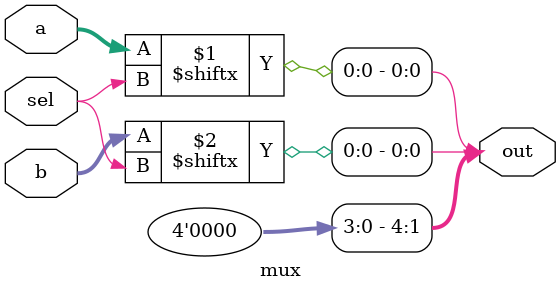
<source format=v>
module mux( 
input [4:0] a, b,
input sel,
output [4:0] out );
// When sel=0, assign a to out. 
// When sel=1, assign b to out.
assign out[4:0] = a[sel];
assign out[4:0] = b[sel];
endmodule

</source>
